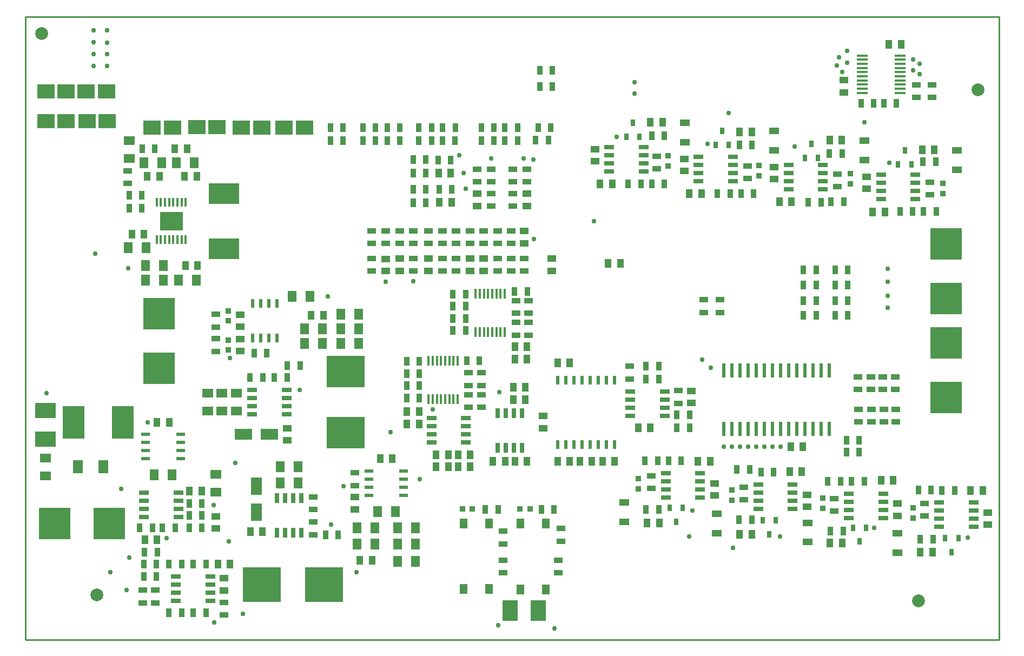
<source format=gtp>
G04*
G04 #@! TF.GenerationSoftware,Altium Limited,Altium Designer,18.1.11 (251)*
G04*
G04 Layer_Color=8421504*
%FSLAX25Y25*%
%MOIN*%
G70*
G01*
G75*
%ADD12C,0.01000*%
%ADD18R,0.06102X0.02559*%
%ADD19R,0.05906X0.04331*%
%ADD20R,0.03543X0.05315*%
%ADD21R,0.11024X0.08898*%
%ADD22R,0.05315X0.03543*%
%ADD23C,0.03000*%
%ADD24R,0.04134X0.05512*%
%ADD25R,0.07008X0.01654*%
%ADD26R,0.02400X0.09000*%
%ADD27C,0.07874*%
%ADD28R,0.05709X0.06890*%
%ADD29R,0.05512X0.04134*%
%ADD30R,0.04921X0.06299*%
%ADD31R,0.02362X0.05709*%
%ADD32R,0.07087X0.05709*%
%ADD33R,0.23622X0.21260*%
%ADD34R,0.02756X0.03937*%
%ADD35R,0.03740X0.03543*%
%ADD36R,0.03543X0.03740*%
%ADD37R,0.19685X0.19685*%
%ADD38R,0.02559X0.06102*%
%ADD39R,0.01772X0.05906*%
%ADD40R,0.05709X0.07087*%
%ADD41R,0.23622X0.19685*%
%ADD42R,0.18504X0.12598*%
%ADD43R,0.06890X0.05709*%
%ADD44R,0.01772X0.05512*%
%ADD45R,0.14094X0.11575*%
%ADD46R,0.05709X0.02362*%
%ADD47R,0.10630X0.06693*%
%ADD48R,0.13780X0.20079*%
%ADD49R,0.09449X0.12795*%
%ADD50R,0.06299X0.08071*%
%ADD51R,0.19685X0.19685*%
%ADD52R,0.06693X0.10630*%
%ADD53R,0.12795X0.09449*%
D12*
X105500Y570500D02*
X705500D01*
X105500Y186500D02*
X705500D01*
Y570500D01*
X105500Y186500D02*
Y570500D01*
D18*
X178740Y277000D02*
D03*
Y272000D02*
D03*
Y267000D02*
D03*
Y262000D02*
D03*
X200000Y277000D02*
D03*
Y272000D02*
D03*
Y267000D02*
D03*
Y262000D02*
D03*
X219500Y210500D02*
D03*
Y215500D02*
D03*
Y220500D02*
D03*
Y225500D02*
D03*
X198240Y210500D02*
D03*
Y215500D02*
D03*
Y220500D02*
D03*
Y225500D02*
D03*
X612937Y276500D02*
D03*
Y271500D02*
D03*
Y266500D02*
D03*
Y261500D02*
D03*
X634197Y276500D02*
D03*
Y271500D02*
D03*
Y266500D02*
D03*
Y261500D02*
D03*
X668653Y271000D02*
D03*
Y266000D02*
D03*
Y261000D02*
D03*
Y256000D02*
D03*
X689913Y271000D02*
D03*
Y266000D02*
D03*
Y261000D02*
D03*
Y256000D02*
D03*
X557154Y282000D02*
D03*
Y277000D02*
D03*
Y272000D02*
D03*
Y267000D02*
D03*
X578413Y282000D02*
D03*
Y277000D02*
D03*
Y272000D02*
D03*
Y267000D02*
D03*
X500153Y289000D02*
D03*
Y284000D02*
D03*
Y279000D02*
D03*
Y274000D02*
D03*
X521413Y289000D02*
D03*
Y284000D02*
D03*
Y279000D02*
D03*
Y274000D02*
D03*
X541630Y469000D02*
D03*
Y474000D02*
D03*
Y479000D02*
D03*
Y484000D02*
D03*
X520370Y469000D02*
D03*
Y474000D02*
D03*
Y479000D02*
D03*
Y484000D02*
D03*
X654130Y458000D02*
D03*
Y463000D02*
D03*
Y468000D02*
D03*
Y473000D02*
D03*
X632870Y458000D02*
D03*
Y463000D02*
D03*
Y468000D02*
D03*
Y473000D02*
D03*
X597130Y464000D02*
D03*
Y469000D02*
D03*
Y474000D02*
D03*
Y479000D02*
D03*
X575870Y464000D02*
D03*
Y469000D02*
D03*
Y474000D02*
D03*
Y479000D02*
D03*
X355870Y323000D02*
D03*
Y318000D02*
D03*
Y313000D02*
D03*
Y308000D02*
D03*
X377130Y323000D02*
D03*
Y318000D02*
D03*
Y313000D02*
D03*
Y308000D02*
D03*
X499500Y324500D02*
D03*
Y329500D02*
D03*
Y334500D02*
D03*
Y339500D02*
D03*
X478240Y324500D02*
D03*
Y329500D02*
D03*
Y334500D02*
D03*
Y339500D02*
D03*
X486630Y475000D02*
D03*
Y480000D02*
D03*
Y485000D02*
D03*
Y490000D02*
D03*
X465370Y475000D02*
D03*
Y480000D02*
D03*
Y485000D02*
D03*
Y490000D02*
D03*
X266622Y325500D02*
D03*
Y330500D02*
D03*
Y335500D02*
D03*
Y340500D02*
D03*
X245362Y325500D02*
D03*
Y330500D02*
D03*
Y335500D02*
D03*
Y340500D02*
D03*
D19*
X474784Y259095D02*
D03*
Y270905D02*
D03*
X643000Y251905D02*
D03*
Y240094D02*
D03*
X587567Y258405D02*
D03*
Y246595D02*
D03*
X531783Y263906D02*
D03*
Y252095D02*
D03*
X679500Y476094D02*
D03*
Y487906D02*
D03*
X622500Y482094D02*
D03*
Y493905D02*
D03*
X567000Y488095D02*
D03*
Y499905D02*
D03*
X512000Y493094D02*
D03*
Y504906D02*
D03*
D20*
X214437Y263000D02*
D03*
X206563D02*
D03*
X430437Y537500D02*
D03*
X422563D02*
D03*
X430437Y527500D02*
D03*
X422563D02*
D03*
X216937Y233000D02*
D03*
X209063D02*
D03*
X179063Y240500D02*
D03*
X186937D02*
D03*
X186386Y233000D02*
D03*
X178512D02*
D03*
X186386Y225500D02*
D03*
X178512D02*
D03*
X209063Y203000D02*
D03*
X216937D02*
D03*
X201937D02*
D03*
X194063D02*
D03*
X628437Y517000D02*
D03*
X620563D02*
D03*
X642437D02*
D03*
X634563D02*
D03*
X665000Y248500D02*
D03*
X657126D02*
D03*
X609500Y253284D02*
D03*
X601626D02*
D03*
X600130Y284098D02*
D03*
X608004D02*
D03*
X553240Y260500D02*
D03*
X545366D02*
D03*
X488126Y266760D02*
D03*
X496000D02*
D03*
X501847Y296598D02*
D03*
X509721D02*
D03*
X487347D02*
D03*
X495221D02*
D03*
X539937Y461402D02*
D03*
X532063D02*
D03*
X423563Y266558D02*
D03*
X431437D02*
D03*
X389063D02*
D03*
X396937D02*
D03*
X652437Y450402D02*
D03*
X644563D02*
D03*
X666937D02*
D03*
X659063D02*
D03*
X658626Y481000D02*
D03*
X666500D02*
D03*
X609937Y456402D02*
D03*
X602063D02*
D03*
X601063Y486024D02*
D03*
X608937D02*
D03*
X595937Y456000D02*
D03*
X588063D02*
D03*
X554437Y461402D02*
D03*
X546563D02*
D03*
X545563Y491500D02*
D03*
X553437D02*
D03*
X414937Y401000D02*
D03*
X407063D02*
D03*
X369063Y399500D02*
D03*
X376937D02*
D03*
X369063Y392000D02*
D03*
X376937D02*
D03*
X369063Y384500D02*
D03*
X376937D02*
D03*
X369063Y377000D02*
D03*
X376937D02*
D03*
X385437Y358500D02*
D03*
X377563D02*
D03*
X340563Y358000D02*
D03*
X348437D02*
D03*
X340563Y350500D02*
D03*
X348437D02*
D03*
X340563Y343000D02*
D03*
X348437D02*
D03*
X340563Y335500D02*
D03*
X348437D02*
D03*
X298374Y251000D02*
D03*
X290500D02*
D03*
X266937Y348000D02*
D03*
X259063D02*
D03*
X274937Y355500D02*
D03*
X267063D02*
D03*
X246563Y363000D02*
D03*
X254437D02*
D03*
X185437Y489000D02*
D03*
X177563D02*
D03*
X169563Y460500D02*
D03*
X177437D02*
D03*
Y452500D02*
D03*
X169563D02*
D03*
X301437Y502000D02*
D03*
X293563D02*
D03*
X301437Y494000D02*
D03*
X293563D02*
D03*
X313563D02*
D03*
X321437D02*
D03*
X336437D02*
D03*
X328563D02*
D03*
X348063D02*
D03*
X355937D02*
D03*
X344563Y455760D02*
D03*
X352437D02*
D03*
X368374Y464000D02*
D03*
X360500D02*
D03*
X352437D02*
D03*
X344563D02*
D03*
X352437Y474000D02*
D03*
X344563D02*
D03*
X313563Y502000D02*
D03*
X321437D02*
D03*
X336437D02*
D03*
X328563D02*
D03*
X348063D02*
D03*
X355937D02*
D03*
X344563Y482260D02*
D03*
X352437D02*
D03*
X370500Y502000D02*
D03*
X362626D02*
D03*
X367697Y482000D02*
D03*
X359823D02*
D03*
X386563Y494000D02*
D03*
X394437D02*
D03*
X386563Y502000D02*
D03*
X394437D02*
D03*
X408937Y494000D02*
D03*
X401063D02*
D03*
X408937Y502000D02*
D03*
X401063D02*
D03*
X420063Y494500D02*
D03*
X427937D02*
D03*
X421563Y502000D02*
D03*
X429437D02*
D03*
X370374Y494000D02*
D03*
X362500D02*
D03*
X611563Y309500D02*
D03*
X619437D02*
D03*
X611563Y302000D02*
D03*
X619437D02*
D03*
X612437Y386500D02*
D03*
X604563D02*
D03*
X612437Y395500D02*
D03*
X604563D02*
D03*
X612437Y405000D02*
D03*
X604563D02*
D03*
X612437Y414500D02*
D03*
X604563D02*
D03*
X592937Y386500D02*
D03*
X585063D02*
D03*
X592937Y395500D02*
D03*
X585063D02*
D03*
X592937Y405000D02*
D03*
X585063D02*
D03*
X592937Y414500D02*
D03*
X585063D02*
D03*
X507063Y317000D02*
D03*
X514937D02*
D03*
X507063Y325000D02*
D03*
X514937D02*
D03*
X495937Y347000D02*
D03*
X488063D02*
D03*
X495937Y355000D02*
D03*
X488063D02*
D03*
X491500Y497000D02*
D03*
X499374D02*
D03*
X499437Y467402D02*
D03*
X491563D02*
D03*
X484937D02*
D03*
X477063D02*
D03*
X251937Y348000D02*
D03*
X244063D02*
D03*
X206563Y270500D02*
D03*
X214437D02*
D03*
X206563Y255500D02*
D03*
X214437D02*
D03*
X176091D02*
D03*
X183965D02*
D03*
X198000D02*
D03*
X190126D02*
D03*
X678221Y278500D02*
D03*
X670346D02*
D03*
X622504Y284098D02*
D03*
X614630D02*
D03*
X663721Y278598D02*
D03*
X655847D02*
D03*
X566720Y289598D02*
D03*
X558847D02*
D03*
X551937Y291500D02*
D03*
X544063D02*
D03*
X194063Y233000D02*
D03*
X201937D02*
D03*
D21*
X223799Y502500D02*
D03*
X211201D02*
D03*
X143500Y506000D02*
D03*
X156098D02*
D03*
X143000Y524500D02*
D03*
X155598D02*
D03*
X118201Y506000D02*
D03*
X130799D02*
D03*
X118201Y524240D02*
D03*
X130799D02*
D03*
X265095Y502000D02*
D03*
X277694D02*
D03*
X238701D02*
D03*
X251299D02*
D03*
X183701D02*
D03*
X196299D02*
D03*
D22*
X434000Y235437D02*
D03*
Y227563D02*
D03*
X414500Y468563D02*
D03*
Y476437D02*
D03*
X478000Y354874D02*
D03*
Y347000D02*
D03*
X523500Y395937D02*
D03*
Y388063D02*
D03*
X533500Y395937D02*
D03*
Y388063D02*
D03*
X308500Y281500D02*
D03*
Y289374D02*
D03*
X400000Y235437D02*
D03*
Y227563D02*
D03*
X185500Y216937D02*
D03*
Y209063D02*
D03*
X178000D02*
D03*
Y216937D02*
D03*
X228000Y209437D02*
D03*
Y201563D02*
D03*
X168500Y467563D02*
D03*
Y475437D02*
D03*
X664401Y528437D02*
D03*
Y520563D02*
D03*
X654500D02*
D03*
Y528437D02*
D03*
X659784Y270437D02*
D03*
Y262563D02*
D03*
X604067Y273437D02*
D03*
Y265563D02*
D03*
X548283Y280437D02*
D03*
Y272563D02*
D03*
X491284Y287437D02*
D03*
Y279563D02*
D03*
X400000Y245409D02*
D03*
Y253284D02*
D03*
X435500Y247126D02*
D03*
Y255000D02*
D03*
X663000Y460563D02*
D03*
Y468437D02*
D03*
X606000Y465563D02*
D03*
Y473437D02*
D03*
X550500Y470563D02*
D03*
Y478437D02*
D03*
X406000Y461437D02*
D03*
Y453563D02*
D03*
Y476437D02*
D03*
Y468563D02*
D03*
X392500Y461437D02*
D03*
Y453563D02*
D03*
Y476437D02*
D03*
Y468563D02*
D03*
X384000Y476437D02*
D03*
Y468563D02*
D03*
X413000Y421437D02*
D03*
Y413563D02*
D03*
X405000D02*
D03*
Y421437D02*
D03*
X396500Y413563D02*
D03*
Y421437D02*
D03*
X371000Y413563D02*
D03*
Y421437D02*
D03*
X362500Y413563D02*
D03*
Y421437D02*
D03*
X344786Y413626D02*
D03*
Y421500D02*
D03*
X318857Y413626D02*
D03*
Y421500D02*
D03*
X415500Y395437D02*
D03*
Y387563D02*
D03*
X408000Y395437D02*
D03*
Y387563D02*
D03*
X378500Y343063D02*
D03*
Y350937D02*
D03*
X386500Y343063D02*
D03*
Y350937D02*
D03*
Y329563D02*
D03*
Y337437D02*
D03*
X378500Y329563D02*
D03*
Y337437D02*
D03*
X283000Y251091D02*
D03*
Y258965D02*
D03*
Y274437D02*
D03*
Y266563D02*
D03*
X223000Y379063D02*
D03*
Y386937D02*
D03*
Y371937D02*
D03*
Y364063D02*
D03*
X318857Y430626D02*
D03*
Y438500D02*
D03*
X327500D02*
D03*
Y430626D02*
D03*
X336143D02*
D03*
Y438500D02*
D03*
X344786D02*
D03*
Y430626D02*
D03*
X354000D02*
D03*
Y438500D02*
D03*
X362500D02*
D03*
Y430626D02*
D03*
X371000Y438500D02*
D03*
Y430626D02*
D03*
X379500D02*
D03*
Y438500D02*
D03*
X388000Y430626D02*
D03*
Y438500D02*
D03*
X396500D02*
D03*
Y430626D02*
D03*
X405000Y438500D02*
D03*
Y430626D02*
D03*
X408000Y381937D02*
D03*
Y374063D02*
D03*
X415500Y381937D02*
D03*
Y374063D02*
D03*
X641500Y348437D02*
D03*
Y340563D02*
D03*
X634000Y348437D02*
D03*
Y340563D02*
D03*
X626500Y348437D02*
D03*
Y340563D02*
D03*
X618500Y348437D02*
D03*
Y340563D02*
D03*
X619000Y328437D02*
D03*
Y320563D02*
D03*
X627000Y328437D02*
D03*
Y320563D02*
D03*
X634500Y328437D02*
D03*
Y320563D02*
D03*
X642000Y328437D02*
D03*
Y320563D02*
D03*
X508000Y339937D02*
D03*
Y332063D02*
D03*
X494500Y476563D02*
D03*
Y484437D02*
D03*
D23*
X522500Y359000D02*
D03*
X118500Y338500D02*
D03*
X528000Y354000D02*
D03*
X481000Y530000D02*
D03*
Y523000D02*
D03*
X164500Y279500D02*
D03*
X301500Y281000D02*
D03*
X239500Y202500D02*
D03*
X231000Y247000D02*
D03*
X169500Y237000D02*
D03*
X168000Y217000D02*
D03*
X622500Y505500D02*
D03*
X628500Y255500D02*
D03*
X541500Y243000D02*
D03*
X514500Y250000D02*
D03*
X539000Y511000D02*
D03*
X344786Y407214D02*
D03*
X327598Y407000D02*
D03*
X431500Y193500D02*
D03*
X397000Y195500D02*
D03*
X637000Y415000D02*
D03*
Y407000D02*
D03*
Y398500D02*
D03*
Y391000D02*
D03*
X418500Y482500D02*
D03*
X397500Y339000D02*
D03*
X330500Y314500D02*
D03*
X169000Y415500D02*
D03*
X148500Y424500D02*
D03*
X392500Y483000D02*
D03*
X470000Y496500D02*
D03*
X147500Y562000D02*
D03*
X156000D02*
D03*
Y540000D02*
D03*
Y547333D02*
D03*
X147500Y554667D02*
D03*
X156000Y554500D02*
D03*
X147500Y540000D02*
D03*
Y547333D02*
D03*
X612000Y549500D02*
D03*
X652500Y544000D02*
D03*
X607000Y545500D02*
D03*
X656500Y541500D02*
D03*
X612000Y542000D02*
D03*
X652500Y537500D02*
D03*
X605500Y540500D02*
D03*
X656500Y535000D02*
D03*
X609000Y536500D02*
D03*
X356500Y328500D02*
D03*
X571000Y305500D02*
D03*
X566000D02*
D03*
X686283Y249500D02*
D03*
X551000Y305500D02*
D03*
X536000D02*
D03*
X526000Y492000D02*
D03*
X541000Y305500D02*
D03*
X556000D02*
D03*
X579500Y490500D02*
D03*
X638000Y480500D02*
D03*
X561000Y305500D02*
D03*
X546000D02*
D03*
X570500Y250000D02*
D03*
X516500Y266000D02*
D03*
X377130Y464260D02*
D03*
X375500Y474000D02*
D03*
X419000Y433500D02*
D03*
X412500Y483035D02*
D03*
X373000Y485000D02*
D03*
X292000Y398000D02*
D03*
X235000Y295500D02*
D03*
X456000Y444500D02*
D03*
X274500Y340500D02*
D03*
X231500Y360000D02*
D03*
X222000Y197000D02*
D03*
X309500Y228000D02*
D03*
X348500Y285500D02*
D03*
X294000Y257500D02*
D03*
X158000Y228000D02*
D03*
X181000Y320500D02*
D03*
X221750Y269250D02*
D03*
X192500Y249000D02*
D03*
D24*
X645240Y553500D02*
D03*
X637760D02*
D03*
X441000Y296500D02*
D03*
X433520D02*
D03*
X454740D02*
D03*
X447260D02*
D03*
X468740D02*
D03*
X461260D02*
D03*
X433520Y357000D02*
D03*
X441000D02*
D03*
X194240Y320500D02*
D03*
X186760D02*
D03*
X224260Y233000D02*
D03*
X231740D02*
D03*
X179260Y248000D02*
D03*
X186740D02*
D03*
X657043Y240500D02*
D03*
X664524D02*
D03*
X601327Y246000D02*
D03*
X608807D02*
D03*
X520043Y296500D02*
D03*
X527524D02*
D03*
X545760Y251500D02*
D03*
X553240D02*
D03*
X488760Y258500D02*
D03*
X496240D02*
D03*
X522240Y461500D02*
D03*
X514760D02*
D03*
X665740Y488500D02*
D03*
X658260D02*
D03*
X635240Y450000D02*
D03*
X627760D02*
D03*
X608740Y494500D02*
D03*
X601260D02*
D03*
X577740Y456500D02*
D03*
X570260D02*
D03*
X553240Y499500D02*
D03*
X545760D02*
D03*
X407260Y359500D02*
D03*
X414740D02*
D03*
X407260Y367000D02*
D03*
X414740D02*
D03*
X406260Y342000D02*
D03*
X413740D02*
D03*
X406260Y334500D02*
D03*
X413740D02*
D03*
X407260Y296500D02*
D03*
X414740D02*
D03*
X401240D02*
D03*
X393760D02*
D03*
X372260Y300500D02*
D03*
X379740D02*
D03*
X372260Y293000D02*
D03*
X379740D02*
D03*
X366240Y300500D02*
D03*
X358760D02*
D03*
X366240Y293000D02*
D03*
X358760D02*
D03*
X348240Y327000D02*
D03*
X340760D02*
D03*
X348240Y319500D02*
D03*
X340760D02*
D03*
X197760Y489000D02*
D03*
X205240D02*
D03*
X211240Y472000D02*
D03*
X203760D02*
D03*
X178740Y436500D02*
D03*
X171260D02*
D03*
X204260Y417000D02*
D03*
X211740D02*
D03*
X188240Y472000D02*
D03*
X180760D02*
D03*
X360760Y456000D02*
D03*
X368240D02*
D03*
X367740Y474000D02*
D03*
X360260D02*
D03*
X577260Y305500D02*
D03*
X584740D02*
D03*
X490740Y317000D02*
D03*
X483260D02*
D03*
X498240Y505500D02*
D03*
X490760D02*
D03*
X467240Y467500D02*
D03*
X459760D02*
D03*
X311760Y235500D02*
D03*
X319240D02*
D03*
X244260Y253000D02*
D03*
X251740D02*
D03*
X281760Y386500D02*
D03*
X289240D02*
D03*
X214240Y278000D02*
D03*
X206760D02*
D03*
X695524Y278500D02*
D03*
X688043D02*
D03*
X640307Y284673D02*
D03*
X632827D02*
D03*
X584024Y290173D02*
D03*
X576543D02*
D03*
X324260Y298000D02*
D03*
X331740D02*
D03*
X472240Y418500D02*
D03*
X464760D02*
D03*
D25*
X644693Y523484D02*
D03*
Y526043D02*
D03*
Y528602D02*
D03*
Y531161D02*
D03*
Y533720D02*
D03*
Y536279D02*
D03*
Y538839D02*
D03*
Y541398D02*
D03*
Y543957D02*
D03*
Y546516D02*
D03*
X621307Y523484D02*
D03*
Y526043D02*
D03*
Y528602D02*
D03*
Y531161D02*
D03*
Y533720D02*
D03*
Y536279D02*
D03*
Y538839D02*
D03*
Y541398D02*
D03*
Y543957D02*
D03*
Y546516D02*
D03*
D26*
X536000Y316500D02*
D03*
X541000D02*
D03*
X546000D02*
D03*
X551000D02*
D03*
X556000D02*
D03*
X561000D02*
D03*
X566000D02*
D03*
X571000D02*
D03*
X576000D02*
D03*
X581000D02*
D03*
X586000D02*
D03*
X591000D02*
D03*
X596000D02*
D03*
X601000D02*
D03*
Y352500D02*
D03*
X596000D02*
D03*
X591000D02*
D03*
X586000D02*
D03*
X581000D02*
D03*
X576000D02*
D03*
X571000D02*
D03*
X566000D02*
D03*
X561000D02*
D03*
X556000D02*
D03*
X551000D02*
D03*
X546000D02*
D03*
X541000D02*
D03*
X536000D02*
D03*
D27*
X692500Y525500D02*
D03*
X115500Y560000D02*
D03*
X656000Y210500D02*
D03*
X149500Y214000D02*
D03*
D28*
X322488Y265500D02*
D03*
X333512D02*
D03*
X281012Y398000D02*
D03*
X269988D02*
D03*
X196012Y288000D02*
D03*
X184988D02*
D03*
D29*
X308551Y274240D02*
D03*
Y266760D02*
D03*
X228000Y224240D02*
D03*
Y216760D02*
D03*
X610000Y531240D02*
D03*
Y523760D02*
D03*
X530283Y275260D02*
D03*
Y282740D02*
D03*
X624000Y471740D02*
D03*
Y464260D02*
D03*
X567000Y477740D02*
D03*
Y470260D02*
D03*
X511500Y482740D02*
D03*
Y475260D02*
D03*
X414500Y461339D02*
D03*
Y453858D02*
D03*
X384000Y461240D02*
D03*
Y453760D02*
D03*
X388000Y421240D02*
D03*
Y413760D02*
D03*
X379500Y413760D02*
D03*
Y421240D02*
D03*
X354000Y413760D02*
D03*
Y421240D02*
D03*
X336286Y413823D02*
D03*
Y421303D02*
D03*
X327598Y413724D02*
D03*
Y421205D02*
D03*
X424500Y324240D02*
D03*
Y316760D02*
D03*
X430000Y413760D02*
D03*
Y421240D02*
D03*
X413000Y430760D02*
D03*
Y438240D02*
D03*
X516000Y339740D02*
D03*
Y332260D02*
D03*
X456500Y488740D02*
D03*
Y481260D02*
D03*
X238000Y386740D02*
D03*
Y379260D02*
D03*
Y371740D02*
D03*
Y364260D02*
D03*
X266917Y309260D02*
D03*
Y316740D02*
D03*
X223000Y254909D02*
D03*
Y262390D02*
D03*
X698783Y264740D02*
D03*
Y257260D02*
D03*
X643067Y270240D02*
D03*
Y262760D02*
D03*
X587284Y275740D02*
D03*
Y268260D02*
D03*
D30*
X410552Y217449D02*
D03*
X426300D02*
D03*
Y258000D02*
D03*
X410552D02*
D03*
X375500Y217617D02*
D03*
X391248D02*
D03*
Y258168D02*
D03*
X375500D02*
D03*
D31*
X468500Y346284D02*
D03*
X463500D02*
D03*
X458500D02*
D03*
X453500D02*
D03*
X448500D02*
D03*
X443500D02*
D03*
X438500D02*
D03*
X433500D02*
D03*
X468500Y306716D02*
D03*
X463500D02*
D03*
X458500D02*
D03*
X453500D02*
D03*
X448500D02*
D03*
X443500D02*
D03*
X438500D02*
D03*
X433500D02*
D03*
X245500Y372272D02*
D03*
X250500D02*
D03*
X255500D02*
D03*
X260500D02*
D03*
X245500Y393728D02*
D03*
X250500D02*
D03*
X255500D02*
D03*
X260500D02*
D03*
D32*
X223000Y277488D02*
D03*
Y288512D02*
D03*
X235500Y327488D02*
D03*
Y338512D02*
D03*
X226563Y327488D02*
D03*
Y338512D02*
D03*
X218000Y327488D02*
D03*
Y338512D02*
D03*
X169500Y482988D02*
D03*
Y494012D02*
D03*
D33*
X289595Y220500D02*
D03*
X251406D02*
D03*
D34*
X676445Y240535D02*
D03*
X672390Y249000D02*
D03*
X680500D02*
D03*
X619555Y247035D02*
D03*
X615500Y255500D02*
D03*
X623610D02*
D03*
X564055Y251535D02*
D03*
X560000Y260000D02*
D03*
X568110D02*
D03*
X506555Y259087D02*
D03*
X502500Y267551D02*
D03*
X510610D02*
D03*
X647500Y488000D02*
D03*
X651555Y479535D02*
D03*
X643445D02*
D03*
X534945Y499965D02*
D03*
X539000Y491500D02*
D03*
X530890D02*
D03*
X480000Y505000D02*
D03*
X484055Y496535D02*
D03*
X475945D02*
D03*
X585945Y483535D02*
D03*
X594055D02*
D03*
X590000Y492000D02*
D03*
D35*
X652500Y267551D02*
D03*
Y261449D02*
D03*
X597000Y273551D02*
D03*
Y267449D02*
D03*
X541000Y278551D02*
D03*
Y272449D02*
D03*
X483284Y285551D02*
D03*
Y279449D02*
D03*
X671000Y461449D02*
D03*
Y467551D02*
D03*
X614000Y467449D02*
D03*
Y473551D02*
D03*
X557500Y472449D02*
D03*
Y478551D02*
D03*
X230500Y383000D02*
D03*
Y389102D02*
D03*
Y371051D02*
D03*
Y364949D02*
D03*
X501500Y478449D02*
D03*
Y484551D02*
D03*
D36*
X381051Y267000D02*
D03*
X374949D02*
D03*
X410449D02*
D03*
X416551D02*
D03*
D37*
X673000Y335571D02*
D03*
Y369429D02*
D03*
Y430429D02*
D03*
Y396571D02*
D03*
X188000Y387429D02*
D03*
Y353571D02*
D03*
D38*
X411500Y326130D02*
D03*
X406500D02*
D03*
X401500D02*
D03*
X396500D02*
D03*
X411500Y304870D02*
D03*
X406500D02*
D03*
X401500D02*
D03*
X396500D02*
D03*
X275500Y273630D02*
D03*
X270500D02*
D03*
X265500D02*
D03*
X260500D02*
D03*
X275500Y252370D02*
D03*
X270500D02*
D03*
X265500D02*
D03*
X260500D02*
D03*
D39*
X371957Y358311D02*
D03*
X369398D02*
D03*
X366839D02*
D03*
X364280D02*
D03*
X361720D02*
D03*
X359161D02*
D03*
X356602D02*
D03*
X354043D02*
D03*
X371957Y334689D02*
D03*
X369398D02*
D03*
X366839D02*
D03*
X364280D02*
D03*
X361720D02*
D03*
X359161D02*
D03*
X356602D02*
D03*
X354043D02*
D03*
X383043Y376189D02*
D03*
X385602D02*
D03*
X388161D02*
D03*
X390721D02*
D03*
X393280D02*
D03*
X395839D02*
D03*
X398398D02*
D03*
X400957D02*
D03*
X383043Y399811D02*
D03*
X385602D02*
D03*
X388161D02*
D03*
X390721D02*
D03*
X393280D02*
D03*
X395839D02*
D03*
X398398D02*
D03*
X400957D02*
D03*
D40*
X273512Y283079D02*
D03*
X262488D02*
D03*
X209512Y480500D02*
D03*
X198488D02*
D03*
X178488D02*
D03*
X189512D02*
D03*
X168988Y428000D02*
D03*
X180012D02*
D03*
X211012Y408000D02*
D03*
X199988D02*
D03*
X179488Y417000D02*
D03*
X190512D02*
D03*
X179488Y408000D02*
D03*
X190512D02*
D03*
X321012Y255500D02*
D03*
X309988D02*
D03*
X321012Y245500D02*
D03*
X309988D02*
D03*
X334988Y255500D02*
D03*
X346012D02*
D03*
X334988Y245500D02*
D03*
X346012D02*
D03*
X334988Y234713D02*
D03*
X346012D02*
D03*
X262488Y293000D02*
D03*
X273512D02*
D03*
X288512Y378000D02*
D03*
X277488D02*
D03*
X288512Y369000D02*
D03*
X277488D02*
D03*
X299988Y387000D02*
D03*
X311012D02*
D03*
X299988Y369000D02*
D03*
X311012D02*
D03*
X299988Y378000D02*
D03*
X311012D02*
D03*
D41*
X303000Y351799D02*
D03*
Y314201D02*
D03*
D42*
X228000Y461358D02*
D03*
Y427500D02*
D03*
D43*
X118000Y298512D02*
D03*
Y287488D02*
D03*
D44*
X204457Y456114D02*
D03*
X201898D02*
D03*
X199339D02*
D03*
X196780D02*
D03*
X194220D02*
D03*
X191661D02*
D03*
X189102D02*
D03*
X186543D02*
D03*
X204457Y432886D02*
D03*
X201898D02*
D03*
X199339D02*
D03*
X196780D02*
D03*
X194220D02*
D03*
X191661D02*
D03*
X189102D02*
D03*
X186543D02*
D03*
D45*
X195500Y444500D02*
D03*
D46*
X179772Y313000D02*
D03*
Y308000D02*
D03*
Y303000D02*
D03*
Y298000D02*
D03*
X201228Y313000D02*
D03*
Y308000D02*
D03*
Y303000D02*
D03*
Y298000D02*
D03*
X338728Y275500D02*
D03*
Y280500D02*
D03*
Y285500D02*
D03*
Y290500D02*
D03*
X317272Y275500D02*
D03*
Y280500D02*
D03*
Y285500D02*
D03*
Y290500D02*
D03*
D47*
X255874Y313000D02*
D03*
X240126D02*
D03*
D48*
X135441Y320500D02*
D03*
X165559D02*
D03*
D49*
X421760Y204500D02*
D03*
X404240D02*
D03*
D50*
X138000Y293000D02*
D03*
X153551D02*
D03*
D51*
X157429Y258000D02*
D03*
X123571D02*
D03*
D52*
X248000Y265126D02*
D03*
Y280874D02*
D03*
D53*
X118000Y310205D02*
D03*
Y327724D02*
D03*
M02*

</source>
